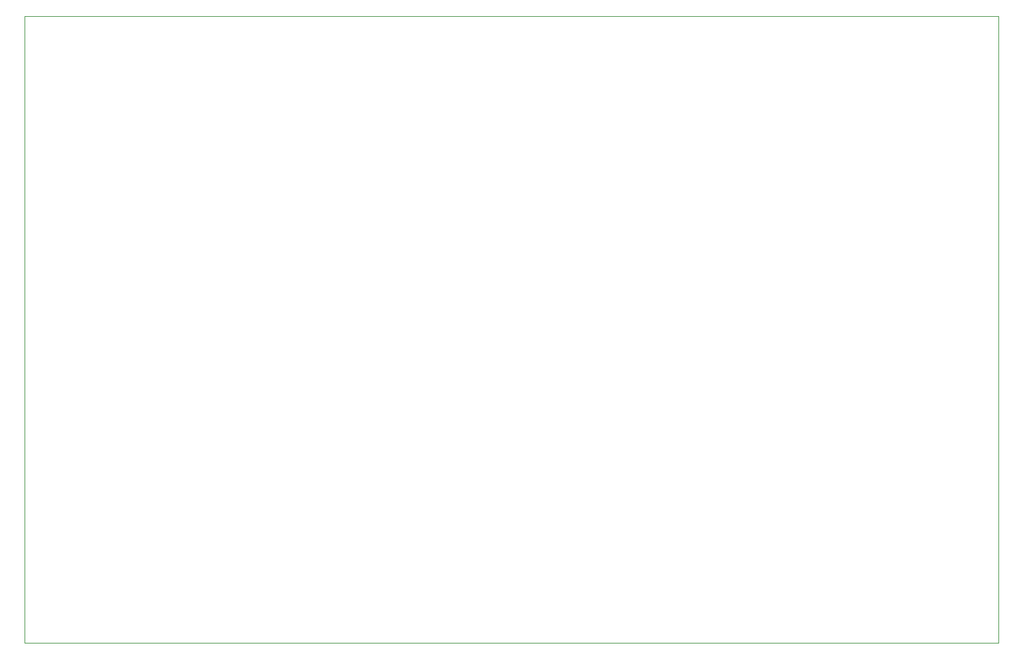
<source format=gbr>
G04 #@! TF.GenerationSoftware,KiCad,Pcbnew,(5.0.1)-3*
G04 #@! TF.CreationDate,2018-11-14T16:56:54-05:00*
G04 #@! TF.ProjectId,folding_amp,666F6C64696E675F616D702E6B696361,rev?*
G04 #@! TF.SameCoordinates,Original*
G04 #@! TF.FileFunction,Profile,NP*
%FSLAX46Y46*%
G04 Gerber Fmt 4.6, Leading zero omitted, Abs format (unit mm)*
G04 Created by KiCad (PCBNEW (5.0.1)-3) date 11/14/2018 4:56:54 PM*
%MOMM*%
%LPD*%
G01*
G04 APERTURE LIST*
%ADD10C,0.100000*%
G04 APERTURE END LIST*
D10*
X21850000Y-103450000D02*
X21850000Y-21300000D01*
X149450000Y-103450000D02*
X21850000Y-103450000D01*
X149450000Y-21300000D02*
X149450000Y-103450000D01*
X21850000Y-21300000D02*
X149450000Y-21300000D01*
M02*

</source>
